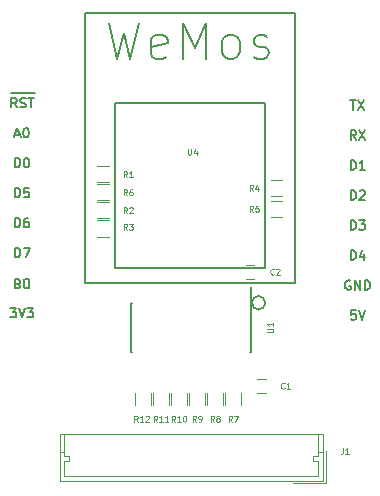
<source format=gto>
G04 #@! TF.GenerationSoftware,KiCad,Pcbnew,(2017-09-19 revision dddaa7e69)-makepkg*
G04 #@! TF.CreationDate,2017-12-24T07:49:49+10:30*
G04 #@! TF.ProjectId,din_isolated_SPI,64696E5F69736F6C617465645F535049,rev?*
G04 #@! TF.SameCoordinates,Original*
G04 #@! TF.FileFunction,Legend,Top*
G04 #@! TF.FilePolarity,Positive*
%FSLAX46Y46*%
G04 Gerber Fmt 4.6, Leading zero omitted, Abs format (unit mm)*
G04 Created by KiCad (PCBNEW (2017-09-19 revision dddaa7e69)-makepkg) date 12/24/17 07:49:49*
%MOMM*%
%LPD*%
G01*
G04 APERTURE LIST*
%ADD10C,0.200000*%
%ADD11C,0.120000*%
%ADD12C,0.150000*%
%ADD13C,0.125000*%
G04 APERTURE END LIST*
D10*
X138997961Y-76394039D02*
G75*
G03X138997961Y-76394039I-567961J0D01*
G01*
X117467832Y-58655873D02*
X118113332Y-58655873D01*
X117960951Y-59853777D02*
X117694285Y-59472825D01*
X117503808Y-59853777D02*
X117503808Y-59053777D01*
X117808570Y-59053777D01*
X117884761Y-59091873D01*
X117922856Y-59129968D01*
X117960951Y-59206158D01*
X117960951Y-59320444D01*
X117922856Y-59396634D01*
X117884761Y-59434730D01*
X117808570Y-59472825D01*
X117503808Y-59472825D01*
X118113332Y-58655873D02*
X118875237Y-58655873D01*
X118265713Y-59815682D02*
X118379999Y-59853777D01*
X118570475Y-59853777D01*
X118646666Y-59815682D01*
X118684761Y-59777587D01*
X118722856Y-59701396D01*
X118722856Y-59625206D01*
X118684761Y-59549015D01*
X118646666Y-59510920D01*
X118570475Y-59472825D01*
X118418094Y-59434730D01*
X118341904Y-59396634D01*
X118303808Y-59358539D01*
X118265713Y-59282349D01*
X118265713Y-59206158D01*
X118303808Y-59129968D01*
X118341904Y-59091873D01*
X118418094Y-59053777D01*
X118608570Y-59053777D01*
X118722856Y-59091873D01*
X118875237Y-58655873D02*
X119484761Y-58655873D01*
X118951427Y-59053777D02*
X119408570Y-59053777D01*
X119179999Y-59853777D02*
X119179999Y-59053777D01*
X117808570Y-67473777D02*
X117808570Y-66673777D01*
X117999047Y-66673777D01*
X118113332Y-66711873D01*
X118189523Y-66788063D01*
X118227618Y-66864253D01*
X118265713Y-67016634D01*
X118265713Y-67130920D01*
X118227618Y-67283301D01*
X118189523Y-67359492D01*
X118113332Y-67435682D01*
X117999047Y-67473777D01*
X117808570Y-67473777D01*
X118989523Y-66673777D02*
X118608570Y-66673777D01*
X118570475Y-67054730D01*
X118608570Y-67016634D01*
X118684761Y-66978539D01*
X118875237Y-66978539D01*
X118951427Y-67016634D01*
X118989523Y-67054730D01*
X119027618Y-67130920D01*
X119027618Y-67321396D01*
X118989523Y-67397587D01*
X118951427Y-67435682D01*
X118875237Y-67473777D01*
X118684761Y-67473777D01*
X118608570Y-67435682D01*
X118570475Y-67397587D01*
X117808570Y-70013777D02*
X117808570Y-69213777D01*
X117999047Y-69213777D01*
X118113332Y-69251873D01*
X118189523Y-69328063D01*
X118227618Y-69404253D01*
X118265713Y-69556634D01*
X118265713Y-69670920D01*
X118227618Y-69823301D01*
X118189523Y-69899492D01*
X118113332Y-69975682D01*
X117999047Y-70013777D01*
X117808570Y-70013777D01*
X118951427Y-69213777D02*
X118799047Y-69213777D01*
X118722856Y-69251873D01*
X118684761Y-69289968D01*
X118608570Y-69404253D01*
X118570475Y-69556634D01*
X118570475Y-69861396D01*
X118608570Y-69937587D01*
X118646666Y-69975682D01*
X118722856Y-70013777D01*
X118875237Y-70013777D01*
X118951427Y-69975682D01*
X118989523Y-69937587D01*
X119027618Y-69861396D01*
X119027618Y-69670920D01*
X118989523Y-69594730D01*
X118951427Y-69556634D01*
X118875237Y-69518539D01*
X118722856Y-69518539D01*
X118646666Y-69556634D01*
X118608570Y-69594730D01*
X118570475Y-69670920D01*
X117827618Y-62165206D02*
X118208570Y-62165206D01*
X117751427Y-62393777D02*
X118018094Y-61593777D01*
X118284761Y-62393777D01*
X118703808Y-61593777D02*
X118779999Y-61593777D01*
X118856189Y-61631873D01*
X118894285Y-61669968D01*
X118932380Y-61746158D01*
X118970475Y-61898539D01*
X118970475Y-62089015D01*
X118932380Y-62241396D01*
X118894285Y-62317587D01*
X118856189Y-62355682D01*
X118779999Y-62393777D01*
X118703808Y-62393777D01*
X118627618Y-62355682D01*
X118589523Y-62317587D01*
X118551427Y-62241396D01*
X118513332Y-62089015D01*
X118513332Y-61898539D01*
X118551427Y-61746158D01*
X118589523Y-61669968D01*
X118627618Y-61631873D01*
X118703808Y-61593777D01*
X117808570Y-64933777D02*
X117808570Y-64133777D01*
X117999047Y-64133777D01*
X118113332Y-64171873D01*
X118189523Y-64248063D01*
X118227618Y-64324253D01*
X118265713Y-64476634D01*
X118265713Y-64590920D01*
X118227618Y-64743301D01*
X118189523Y-64819492D01*
X118113332Y-64895682D01*
X117999047Y-64933777D01*
X117808570Y-64933777D01*
X118760951Y-64133777D02*
X118837142Y-64133777D01*
X118913332Y-64171873D01*
X118951427Y-64209968D01*
X118989523Y-64286158D01*
X119027618Y-64438539D01*
X119027618Y-64629015D01*
X118989523Y-64781396D01*
X118951427Y-64857587D01*
X118913332Y-64895682D01*
X118837142Y-64933777D01*
X118760951Y-64933777D01*
X118684761Y-64895682D01*
X118646666Y-64857587D01*
X118608570Y-64781396D01*
X118570475Y-64629015D01*
X118570475Y-64438539D01*
X118608570Y-64286158D01*
X118646666Y-64209968D01*
X118684761Y-64171873D01*
X118760951Y-64133777D01*
X117808570Y-72553777D02*
X117808570Y-71753777D01*
X117999047Y-71753777D01*
X118113332Y-71791873D01*
X118189523Y-71868063D01*
X118227618Y-71944253D01*
X118265713Y-72096634D01*
X118265713Y-72210920D01*
X118227618Y-72363301D01*
X118189523Y-72439492D01*
X118113332Y-72515682D01*
X117999047Y-72553777D01*
X117808570Y-72553777D01*
X118532380Y-71753777D02*
X119065713Y-71753777D01*
X118722856Y-72553777D01*
X118989523Y-74369968D02*
X118989523Y-75169968D01*
X118799047Y-75169968D01*
X118684761Y-75131873D01*
X118608570Y-75055682D01*
X118570475Y-74979492D01*
X118532380Y-74827111D01*
X118532380Y-74712825D01*
X118570475Y-74560444D01*
X118608570Y-74484253D01*
X118684761Y-74408063D01*
X118799047Y-74369968D01*
X118989523Y-74369968D01*
X118075237Y-74827111D02*
X118151427Y-74865206D01*
X118189523Y-74903301D01*
X118227618Y-74979492D01*
X118227618Y-75017587D01*
X118189523Y-75093777D01*
X118151427Y-75131873D01*
X118075237Y-75169968D01*
X117922856Y-75169968D01*
X117846666Y-75131873D01*
X117808570Y-75093777D01*
X117770475Y-75017587D01*
X117770475Y-74979492D01*
X117808570Y-74903301D01*
X117846666Y-74865206D01*
X117922856Y-74827111D01*
X118075237Y-74827111D01*
X118151427Y-74789015D01*
X118189523Y-74750920D01*
X118227618Y-74674730D01*
X118227618Y-74522349D01*
X118189523Y-74446158D01*
X118151427Y-74408063D01*
X118075237Y-74369968D01*
X117922856Y-74369968D01*
X117846666Y-74408063D01*
X117808570Y-74446158D01*
X117770475Y-74522349D01*
X117770475Y-74674730D01*
X117808570Y-74750920D01*
X117846666Y-74789015D01*
X117922856Y-74827111D01*
X117408570Y-76833777D02*
X117903808Y-76833777D01*
X117637142Y-77138539D01*
X117751427Y-77138539D01*
X117827618Y-77176634D01*
X117865713Y-77214730D01*
X117903808Y-77290920D01*
X117903808Y-77481396D01*
X117865713Y-77557587D01*
X117827618Y-77595682D01*
X117751427Y-77633777D01*
X117522856Y-77633777D01*
X117446666Y-77595682D01*
X117408570Y-77557587D01*
X118132380Y-76833777D02*
X118399047Y-77633777D01*
X118665713Y-76833777D01*
X118856189Y-76833777D02*
X119351427Y-76833777D01*
X119084761Y-77138539D01*
X119199047Y-77138539D01*
X119275237Y-77176634D01*
X119313332Y-77214730D01*
X119351427Y-77290920D01*
X119351427Y-77481396D01*
X119313332Y-77557587D01*
X119275237Y-77595682D01*
X119199047Y-77633777D01*
X118970475Y-77633777D01*
X118894285Y-77595682D01*
X118856189Y-77557587D01*
X146202476Y-59251904D02*
X146659619Y-59251904D01*
X146431047Y-60051904D02*
X146431047Y-59251904D01*
X146850095Y-59251904D02*
X147383428Y-60051904D01*
X147383428Y-59251904D02*
X146850095Y-60051904D01*
X146678666Y-62591904D02*
X146412000Y-62210952D01*
X146221523Y-62591904D02*
X146221523Y-61791904D01*
X146526285Y-61791904D01*
X146602476Y-61830000D01*
X146640571Y-61868095D01*
X146678666Y-61944285D01*
X146678666Y-62058571D01*
X146640571Y-62134761D01*
X146602476Y-62172857D01*
X146526285Y-62210952D01*
X146221523Y-62210952D01*
X146945333Y-61791904D02*
X147478666Y-62591904D01*
X147478666Y-61791904D02*
X146945333Y-62591904D01*
X146221523Y-65131904D02*
X146221523Y-64331904D01*
X146412000Y-64331904D01*
X146526285Y-64370000D01*
X146602476Y-64446190D01*
X146640571Y-64522380D01*
X146678666Y-64674761D01*
X146678666Y-64789047D01*
X146640571Y-64941428D01*
X146602476Y-65017619D01*
X146526285Y-65093809D01*
X146412000Y-65131904D01*
X146221523Y-65131904D01*
X147440571Y-65131904D02*
X146983428Y-65131904D01*
X147212000Y-65131904D02*
X147212000Y-64331904D01*
X147135809Y-64446190D01*
X147059619Y-64522380D01*
X146983428Y-64560476D01*
X146221523Y-67671904D02*
X146221523Y-66871904D01*
X146412000Y-66871904D01*
X146526285Y-66910000D01*
X146602476Y-66986190D01*
X146640571Y-67062380D01*
X146678666Y-67214761D01*
X146678666Y-67329047D01*
X146640571Y-67481428D01*
X146602476Y-67557619D01*
X146526285Y-67633809D01*
X146412000Y-67671904D01*
X146221523Y-67671904D01*
X146983428Y-66948095D02*
X147021523Y-66910000D01*
X147097714Y-66871904D01*
X147288190Y-66871904D01*
X147364380Y-66910000D01*
X147402476Y-66948095D01*
X147440571Y-67024285D01*
X147440571Y-67100476D01*
X147402476Y-67214761D01*
X146945333Y-67671904D01*
X147440571Y-67671904D01*
X146221523Y-70211904D02*
X146221523Y-69411904D01*
X146412000Y-69411904D01*
X146526285Y-69450000D01*
X146602476Y-69526190D01*
X146640571Y-69602380D01*
X146678666Y-69754761D01*
X146678666Y-69869047D01*
X146640571Y-70021428D01*
X146602476Y-70097619D01*
X146526285Y-70173809D01*
X146412000Y-70211904D01*
X146221523Y-70211904D01*
X146945333Y-69411904D02*
X147440571Y-69411904D01*
X147173904Y-69716666D01*
X147288190Y-69716666D01*
X147364380Y-69754761D01*
X147402476Y-69792857D01*
X147440571Y-69869047D01*
X147440571Y-70059523D01*
X147402476Y-70135714D01*
X147364380Y-70173809D01*
X147288190Y-70211904D01*
X147059619Y-70211904D01*
X146983428Y-70173809D01*
X146945333Y-70135714D01*
X146221523Y-72751904D02*
X146221523Y-71951904D01*
X146412000Y-71951904D01*
X146526285Y-71990000D01*
X146602476Y-72066190D01*
X146640571Y-72142380D01*
X146678666Y-72294761D01*
X146678666Y-72409047D01*
X146640571Y-72561428D01*
X146602476Y-72637619D01*
X146526285Y-72713809D01*
X146412000Y-72751904D01*
X146221523Y-72751904D01*
X147364380Y-72218571D02*
X147364380Y-72751904D01*
X147173904Y-71913809D02*
X146983428Y-72485238D01*
X147478666Y-72485238D01*
X146202476Y-74530000D02*
X146126285Y-74491904D01*
X146012000Y-74491904D01*
X145897714Y-74530000D01*
X145821523Y-74606190D01*
X145783428Y-74682380D01*
X145745333Y-74834761D01*
X145745333Y-74949047D01*
X145783428Y-75101428D01*
X145821523Y-75177619D01*
X145897714Y-75253809D01*
X146012000Y-75291904D01*
X146088190Y-75291904D01*
X146202476Y-75253809D01*
X146240571Y-75215714D01*
X146240571Y-74949047D01*
X146088190Y-74949047D01*
X146583428Y-75291904D02*
X146583428Y-74491904D01*
X147040571Y-75291904D01*
X147040571Y-74491904D01*
X147421523Y-75291904D02*
X147421523Y-74491904D01*
X147612000Y-74491904D01*
X147726285Y-74530000D01*
X147802476Y-74606190D01*
X147840571Y-74682380D01*
X147878666Y-74834761D01*
X147878666Y-74949047D01*
X147840571Y-75101428D01*
X147802476Y-75177619D01*
X147726285Y-75253809D01*
X147612000Y-75291904D01*
X147421523Y-75291904D01*
X146659619Y-77031904D02*
X146278666Y-77031904D01*
X146240571Y-77412857D01*
X146278666Y-77374761D01*
X146354857Y-77336666D01*
X146545333Y-77336666D01*
X146621523Y-77374761D01*
X146659619Y-77412857D01*
X146697714Y-77489047D01*
X146697714Y-77679523D01*
X146659619Y-77755714D01*
X146621523Y-77793809D01*
X146545333Y-77831904D01*
X146354857Y-77831904D01*
X146278666Y-77793809D01*
X146240571Y-77755714D01*
X146926285Y-77031904D02*
X147192952Y-77831904D01*
X147459619Y-77031904D01*
D11*
X127971000Y-85018500D02*
X127971000Y-84018500D01*
X129331000Y-84018500D02*
X129331000Y-85018500D01*
X138082000Y-74387000D02*
X137382000Y-74387000D01*
X137382000Y-73187000D02*
X138082000Y-73187000D01*
X138334000Y-82839000D02*
X139034000Y-82839000D01*
X139034000Y-84039000D02*
X138334000Y-84039000D01*
X125786000Y-67693700D02*
X124786000Y-67693700D01*
X124786000Y-66333700D02*
X125786000Y-66333700D01*
X124786000Y-64788500D02*
X125786000Y-64788500D01*
X125786000Y-66148500D02*
X124786000Y-66148500D01*
X125786000Y-69238800D02*
X124786000Y-69238800D01*
X124786000Y-67878800D02*
X125786000Y-67878800D01*
X124786000Y-69424000D02*
X125786000Y-69424000D01*
X125786000Y-70784000D02*
X124786000Y-70784000D01*
X139454000Y-65995000D02*
X140454000Y-65995000D01*
X140454000Y-67355000D02*
X139454000Y-67355000D01*
X136951000Y-84018500D02*
X136951000Y-85018500D01*
X135591000Y-85018500D02*
X135591000Y-84018500D01*
X132543000Y-85018500D02*
X132543000Y-84018500D01*
X133903000Y-84018500D02*
X133903000Y-85018500D01*
X132379000Y-84018500D02*
X132379000Y-85018500D01*
X131019000Y-85018500D02*
X131019000Y-84018500D01*
X129495000Y-85018500D02*
X129495000Y-84018500D01*
X130855000Y-84018500D02*
X130855000Y-85018500D01*
X140454000Y-69133000D02*
X139454000Y-69133000D01*
X139454000Y-67773000D02*
X140454000Y-67773000D01*
X134067000Y-85018500D02*
X134067000Y-84018500D01*
X135427000Y-84018500D02*
X135427000Y-85018500D01*
D12*
X137765000Y-76411000D02*
X137765000Y-75036000D01*
X127640000Y-76411000D02*
X127640000Y-80561000D01*
X137790000Y-76411000D02*
X137790000Y-80561000D01*
X127640000Y-76411000D02*
X127745000Y-76411000D01*
X127640000Y-80561000D02*
X127745000Y-80561000D01*
X137790000Y-80561000D02*
X137685000Y-80561000D01*
X137790000Y-76411000D02*
X137765000Y-76411000D01*
D11*
X121982000Y-89389000D02*
X121982000Y-87489000D01*
X122382000Y-89389000D02*
X121982000Y-89389000D01*
X122382000Y-89789000D02*
X122382000Y-89389000D01*
X121982000Y-89789000D02*
X122382000Y-89789000D01*
X121982000Y-91039000D02*
X121982000Y-89789000D01*
X132732000Y-91039000D02*
X121982000Y-91039000D01*
X143482000Y-89389000D02*
X143482000Y-87489000D01*
X143082000Y-89389000D02*
X143482000Y-89389000D01*
X143082000Y-89789000D02*
X143082000Y-89389000D01*
X143482000Y-89789000D02*
X143082000Y-89789000D01*
X143482000Y-91039000D02*
X143482000Y-89789000D01*
X132732000Y-91039000D02*
X143482000Y-91039000D01*
X121582000Y-88989000D02*
X121982000Y-88989000D01*
X143882000Y-88989000D02*
X143482000Y-88989000D01*
X144132000Y-91689000D02*
X144132000Y-88939000D01*
X141382000Y-91689000D02*
X144132000Y-91689000D01*
X121582000Y-91439000D02*
X143882000Y-91439000D01*
X121582000Y-87489000D02*
X121582000Y-91439000D01*
X143882000Y-87489000D02*
X121582000Y-87489000D01*
X143882000Y-91439000D02*
X143882000Y-87489000D01*
D12*
X138938000Y-73406000D02*
X138938000Y-59436000D01*
X138938000Y-59436000D02*
X126238000Y-59436000D01*
X126238000Y-59436000D02*
X126238000Y-73406000D01*
X126238000Y-73406000D02*
X138938000Y-73406000D01*
X141478000Y-74676000D02*
X123698000Y-74676000D01*
X123698000Y-74676000D02*
X123698000Y-51816000D01*
X123698000Y-51816000D02*
X141478000Y-51816000D01*
X141478000Y-51816000D02*
X141478000Y-74676000D01*
D13*
X128202571Y-86459190D02*
X128035904Y-86221095D01*
X127916857Y-86459190D02*
X127916857Y-85959190D01*
X128107333Y-85959190D01*
X128154952Y-85983000D01*
X128178761Y-86006809D01*
X128202571Y-86054428D01*
X128202571Y-86125857D01*
X128178761Y-86173476D01*
X128154952Y-86197285D01*
X128107333Y-86221095D01*
X127916857Y-86221095D01*
X128678761Y-86459190D02*
X128393047Y-86459190D01*
X128535904Y-86459190D02*
X128535904Y-85959190D01*
X128488285Y-86030619D01*
X128440666Y-86078238D01*
X128393047Y-86102047D01*
X128869238Y-86006809D02*
X128893047Y-85983000D01*
X128940666Y-85959190D01*
X129059714Y-85959190D01*
X129107333Y-85983000D01*
X129131142Y-86006809D01*
X129154952Y-86054428D01*
X129154952Y-86102047D01*
X129131142Y-86173476D01*
X128845428Y-86459190D01*
X129154952Y-86459190D01*
X139743666Y-73965571D02*
X139719857Y-73989380D01*
X139648428Y-74013190D01*
X139600809Y-74013190D01*
X139529380Y-73989380D01*
X139481761Y-73941761D01*
X139457952Y-73894142D01*
X139434142Y-73798904D01*
X139434142Y-73727476D01*
X139457952Y-73632238D01*
X139481761Y-73584619D01*
X139529380Y-73537000D01*
X139600809Y-73513190D01*
X139648428Y-73513190D01*
X139719857Y-73537000D01*
X139743666Y-73560809D01*
X139934142Y-73560809D02*
X139957952Y-73537000D01*
X140005571Y-73513190D01*
X140124619Y-73513190D01*
X140172238Y-73537000D01*
X140196047Y-73560809D01*
X140219857Y-73608428D01*
X140219857Y-73656047D01*
X140196047Y-73727476D01*
X139910333Y-74013190D01*
X140219857Y-74013190D01*
X140632666Y-83617571D02*
X140608857Y-83641380D01*
X140537428Y-83665190D01*
X140489809Y-83665190D01*
X140418380Y-83641380D01*
X140370761Y-83593761D01*
X140346952Y-83546142D01*
X140323142Y-83450904D01*
X140323142Y-83379476D01*
X140346952Y-83284238D01*
X140370761Y-83236619D01*
X140418380Y-83189000D01*
X140489809Y-83165190D01*
X140537428Y-83165190D01*
X140608857Y-83189000D01*
X140632666Y-83212809D01*
X141108857Y-83665190D02*
X140823142Y-83665190D01*
X140966000Y-83665190D02*
X140966000Y-83165190D01*
X140918380Y-83236619D01*
X140870761Y-83284238D01*
X140823142Y-83308047D01*
X127297666Y-67282190D02*
X127131000Y-67044095D01*
X127011952Y-67282190D02*
X127011952Y-66782190D01*
X127202428Y-66782190D01*
X127250047Y-66806000D01*
X127273857Y-66829809D01*
X127297666Y-66877428D01*
X127297666Y-66948857D01*
X127273857Y-66996476D01*
X127250047Y-67020285D01*
X127202428Y-67044095D01*
X127011952Y-67044095D01*
X127726238Y-66782190D02*
X127631000Y-66782190D01*
X127583380Y-66806000D01*
X127559571Y-66829809D01*
X127511952Y-66901238D01*
X127488142Y-66996476D01*
X127488142Y-67186952D01*
X127511952Y-67234571D01*
X127535761Y-67258380D01*
X127583380Y-67282190D01*
X127678619Y-67282190D01*
X127726238Y-67258380D01*
X127750047Y-67234571D01*
X127773857Y-67186952D01*
X127773857Y-67067904D01*
X127750047Y-67020285D01*
X127726238Y-66996476D01*
X127678619Y-66972666D01*
X127583380Y-66972666D01*
X127535761Y-66996476D01*
X127511952Y-67020285D01*
X127488142Y-67067904D01*
X127297666Y-65758190D02*
X127131000Y-65520095D01*
X127011952Y-65758190D02*
X127011952Y-65258190D01*
X127202428Y-65258190D01*
X127250047Y-65282000D01*
X127273857Y-65305809D01*
X127297666Y-65353428D01*
X127297666Y-65424857D01*
X127273857Y-65472476D01*
X127250047Y-65496285D01*
X127202428Y-65520095D01*
X127011952Y-65520095D01*
X127773857Y-65758190D02*
X127488142Y-65758190D01*
X127631000Y-65758190D02*
X127631000Y-65258190D01*
X127583380Y-65329619D01*
X127535761Y-65377238D01*
X127488142Y-65401047D01*
X127297666Y-68806190D02*
X127131000Y-68568095D01*
X127011952Y-68806190D02*
X127011952Y-68306190D01*
X127202428Y-68306190D01*
X127250047Y-68330000D01*
X127273857Y-68353809D01*
X127297666Y-68401428D01*
X127297666Y-68472857D01*
X127273857Y-68520476D01*
X127250047Y-68544285D01*
X127202428Y-68568095D01*
X127011952Y-68568095D01*
X127488142Y-68353809D02*
X127511952Y-68330000D01*
X127559571Y-68306190D01*
X127678619Y-68306190D01*
X127726238Y-68330000D01*
X127750047Y-68353809D01*
X127773857Y-68401428D01*
X127773857Y-68449047D01*
X127750047Y-68520476D01*
X127464333Y-68806190D01*
X127773857Y-68806190D01*
X127297666Y-70203190D02*
X127131000Y-69965095D01*
X127011952Y-70203190D02*
X127011952Y-69703190D01*
X127202428Y-69703190D01*
X127250047Y-69727000D01*
X127273857Y-69750809D01*
X127297666Y-69798428D01*
X127297666Y-69869857D01*
X127273857Y-69917476D01*
X127250047Y-69941285D01*
X127202428Y-69965095D01*
X127011952Y-69965095D01*
X127464333Y-69703190D02*
X127773857Y-69703190D01*
X127607190Y-69893666D01*
X127678619Y-69893666D01*
X127726238Y-69917476D01*
X127750047Y-69941285D01*
X127773857Y-69988904D01*
X127773857Y-70107952D01*
X127750047Y-70155571D01*
X127726238Y-70179380D01*
X127678619Y-70203190D01*
X127535761Y-70203190D01*
X127488142Y-70179380D01*
X127464333Y-70155571D01*
X137965666Y-66901190D02*
X137799000Y-66663095D01*
X137679952Y-66901190D02*
X137679952Y-66401190D01*
X137870428Y-66401190D01*
X137918047Y-66425000D01*
X137941857Y-66448809D01*
X137965666Y-66496428D01*
X137965666Y-66567857D01*
X137941857Y-66615476D01*
X137918047Y-66639285D01*
X137870428Y-66663095D01*
X137679952Y-66663095D01*
X138394238Y-66567857D02*
X138394238Y-66901190D01*
X138275190Y-66377380D02*
X138156142Y-66734523D01*
X138465666Y-66734523D01*
X136187666Y-86459190D02*
X136021000Y-86221095D01*
X135901952Y-86459190D02*
X135901952Y-85959190D01*
X136092428Y-85959190D01*
X136140047Y-85983000D01*
X136163857Y-86006809D01*
X136187666Y-86054428D01*
X136187666Y-86125857D01*
X136163857Y-86173476D01*
X136140047Y-86197285D01*
X136092428Y-86221095D01*
X135901952Y-86221095D01*
X136354333Y-85959190D02*
X136687666Y-85959190D01*
X136473380Y-86459190D01*
X133139666Y-86459190D02*
X132973000Y-86221095D01*
X132853952Y-86459190D02*
X132853952Y-85959190D01*
X133044428Y-85959190D01*
X133092047Y-85983000D01*
X133115857Y-86006809D01*
X133139666Y-86054428D01*
X133139666Y-86125857D01*
X133115857Y-86173476D01*
X133092047Y-86197285D01*
X133044428Y-86221095D01*
X132853952Y-86221095D01*
X133377761Y-86459190D02*
X133473000Y-86459190D01*
X133520619Y-86435380D01*
X133544428Y-86411571D01*
X133592047Y-86340142D01*
X133615857Y-86244904D01*
X133615857Y-86054428D01*
X133592047Y-86006809D01*
X133568238Y-85983000D01*
X133520619Y-85959190D01*
X133425380Y-85959190D01*
X133377761Y-85983000D01*
X133353952Y-86006809D01*
X133330142Y-86054428D01*
X133330142Y-86173476D01*
X133353952Y-86221095D01*
X133377761Y-86244904D01*
X133425380Y-86268714D01*
X133520619Y-86268714D01*
X133568238Y-86244904D01*
X133592047Y-86221095D01*
X133615857Y-86173476D01*
X131377571Y-86459190D02*
X131210904Y-86221095D01*
X131091857Y-86459190D02*
X131091857Y-85959190D01*
X131282333Y-85959190D01*
X131329952Y-85983000D01*
X131353761Y-86006809D01*
X131377571Y-86054428D01*
X131377571Y-86125857D01*
X131353761Y-86173476D01*
X131329952Y-86197285D01*
X131282333Y-86221095D01*
X131091857Y-86221095D01*
X131853761Y-86459190D02*
X131568047Y-86459190D01*
X131710904Y-86459190D02*
X131710904Y-85959190D01*
X131663285Y-86030619D01*
X131615666Y-86078238D01*
X131568047Y-86102047D01*
X132163285Y-85959190D02*
X132210904Y-85959190D01*
X132258523Y-85983000D01*
X132282333Y-86006809D01*
X132306142Y-86054428D01*
X132329952Y-86149666D01*
X132329952Y-86268714D01*
X132306142Y-86363952D01*
X132282333Y-86411571D01*
X132258523Y-86435380D01*
X132210904Y-86459190D01*
X132163285Y-86459190D01*
X132115666Y-86435380D01*
X132091857Y-86411571D01*
X132068047Y-86363952D01*
X132044238Y-86268714D01*
X132044238Y-86149666D01*
X132068047Y-86054428D01*
X132091857Y-86006809D01*
X132115666Y-85983000D01*
X132163285Y-85959190D01*
X129853571Y-86459190D02*
X129686904Y-86221095D01*
X129567857Y-86459190D02*
X129567857Y-85959190D01*
X129758333Y-85959190D01*
X129805952Y-85983000D01*
X129829761Y-86006809D01*
X129853571Y-86054428D01*
X129853571Y-86125857D01*
X129829761Y-86173476D01*
X129805952Y-86197285D01*
X129758333Y-86221095D01*
X129567857Y-86221095D01*
X130329761Y-86459190D02*
X130044047Y-86459190D01*
X130186904Y-86459190D02*
X130186904Y-85959190D01*
X130139285Y-86030619D01*
X130091666Y-86078238D01*
X130044047Y-86102047D01*
X130805952Y-86459190D02*
X130520238Y-86459190D01*
X130663095Y-86459190D02*
X130663095Y-85959190D01*
X130615476Y-86030619D01*
X130567857Y-86078238D01*
X130520238Y-86102047D01*
X137965666Y-68679190D02*
X137799000Y-68441095D01*
X137679952Y-68679190D02*
X137679952Y-68179190D01*
X137870428Y-68179190D01*
X137918047Y-68203000D01*
X137941857Y-68226809D01*
X137965666Y-68274428D01*
X137965666Y-68345857D01*
X137941857Y-68393476D01*
X137918047Y-68417285D01*
X137870428Y-68441095D01*
X137679952Y-68441095D01*
X138418047Y-68179190D02*
X138179952Y-68179190D01*
X138156142Y-68417285D01*
X138179952Y-68393476D01*
X138227571Y-68369666D01*
X138346619Y-68369666D01*
X138394238Y-68393476D01*
X138418047Y-68417285D01*
X138441857Y-68464904D01*
X138441857Y-68583952D01*
X138418047Y-68631571D01*
X138394238Y-68655380D01*
X138346619Y-68679190D01*
X138227571Y-68679190D01*
X138179952Y-68655380D01*
X138156142Y-68631571D01*
X134663666Y-86459190D02*
X134497000Y-86221095D01*
X134377952Y-86459190D02*
X134377952Y-85959190D01*
X134568428Y-85959190D01*
X134616047Y-85983000D01*
X134639857Y-86006809D01*
X134663666Y-86054428D01*
X134663666Y-86125857D01*
X134639857Y-86173476D01*
X134616047Y-86197285D01*
X134568428Y-86221095D01*
X134377952Y-86221095D01*
X134949380Y-86173476D02*
X134901761Y-86149666D01*
X134877952Y-86125857D01*
X134854142Y-86078238D01*
X134854142Y-86054428D01*
X134877952Y-86006809D01*
X134901761Y-85983000D01*
X134949380Y-85959190D01*
X135044619Y-85959190D01*
X135092238Y-85983000D01*
X135116047Y-86006809D01*
X135139857Y-86054428D01*
X135139857Y-86078238D01*
X135116047Y-86125857D01*
X135092238Y-86149666D01*
X135044619Y-86173476D01*
X134949380Y-86173476D01*
X134901761Y-86197285D01*
X134877952Y-86221095D01*
X134854142Y-86268714D01*
X134854142Y-86363952D01*
X134877952Y-86411571D01*
X134901761Y-86435380D01*
X134949380Y-86459190D01*
X135044619Y-86459190D01*
X135092238Y-86435380D01*
X135116047Y-86411571D01*
X135139857Y-86363952D01*
X135139857Y-86268714D01*
X135116047Y-86221095D01*
X135092238Y-86197285D01*
X135044619Y-86173476D01*
X139172190Y-78866952D02*
X139576952Y-78866952D01*
X139624571Y-78843142D01*
X139648380Y-78819333D01*
X139672190Y-78771714D01*
X139672190Y-78676476D01*
X139648380Y-78628857D01*
X139624571Y-78605047D01*
X139576952Y-78581238D01*
X139172190Y-78581238D01*
X139672190Y-78081238D02*
X139672190Y-78366952D01*
X139672190Y-78224095D02*
X139172190Y-78224095D01*
X139243619Y-78271714D01*
X139291238Y-78319333D01*
X139315047Y-78366952D01*
X145565833Y-88689690D02*
X145565833Y-89046833D01*
X145542023Y-89118261D01*
X145494404Y-89165880D01*
X145422976Y-89189690D01*
X145375357Y-89189690D01*
X146065833Y-89189690D02*
X145780119Y-89189690D01*
X145922976Y-89189690D02*
X145922976Y-88689690D01*
X145875357Y-88761119D01*
X145827738Y-88808738D01*
X145780119Y-88832547D01*
X132461047Y-63353190D02*
X132461047Y-63757952D01*
X132484857Y-63805571D01*
X132508666Y-63829380D01*
X132556285Y-63853190D01*
X132651523Y-63853190D01*
X132699142Y-63829380D01*
X132722952Y-63805571D01*
X132746761Y-63757952D01*
X132746761Y-63353190D01*
X133199142Y-63519857D02*
X133199142Y-63853190D01*
X133080095Y-63329380D02*
X132961047Y-63686523D01*
X133270571Y-63686523D01*
D12*
X125730857Y-52713142D02*
X126445142Y-55713142D01*
X127016571Y-53570285D01*
X127588000Y-55713142D01*
X128302285Y-52713142D01*
X130588000Y-55570285D02*
X130302285Y-55713142D01*
X129730857Y-55713142D01*
X129445142Y-55570285D01*
X129302285Y-55284571D01*
X129302285Y-54141714D01*
X129445142Y-53856000D01*
X129730857Y-53713142D01*
X130302285Y-53713142D01*
X130588000Y-53856000D01*
X130730857Y-54141714D01*
X130730857Y-54427428D01*
X129302285Y-54713142D01*
X132016571Y-55713142D02*
X132016571Y-52713142D01*
X133016571Y-54856000D01*
X134016571Y-52713142D01*
X134016571Y-55713142D01*
X135873714Y-55713142D02*
X135588000Y-55570285D01*
X135445142Y-55427428D01*
X135302285Y-55141714D01*
X135302285Y-54284571D01*
X135445142Y-53998857D01*
X135588000Y-53856000D01*
X135873714Y-53713142D01*
X136302285Y-53713142D01*
X136588000Y-53856000D01*
X136730857Y-53998857D01*
X136873714Y-54284571D01*
X136873714Y-55141714D01*
X136730857Y-55427428D01*
X136588000Y-55570285D01*
X136302285Y-55713142D01*
X135873714Y-55713142D01*
X138016571Y-55570285D02*
X138302285Y-55713142D01*
X138873714Y-55713142D01*
X139159428Y-55570285D01*
X139302285Y-55284571D01*
X139302285Y-55141714D01*
X139159428Y-54856000D01*
X138873714Y-54713142D01*
X138445142Y-54713142D01*
X138159428Y-54570285D01*
X138016571Y-54284571D01*
X138016571Y-54141714D01*
X138159428Y-53856000D01*
X138445142Y-53713142D01*
X138873714Y-53713142D01*
X139159428Y-53856000D01*
M02*

</source>
